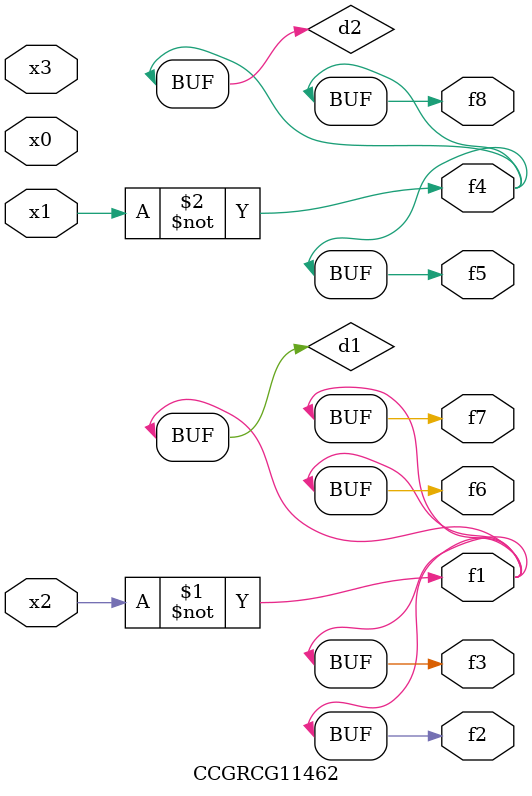
<source format=v>
module CCGRCG11462(
	input x0, x1, x2, x3,
	output f1, f2, f3, f4, f5, f6, f7, f8
);

	wire d1, d2;

	xnor (d1, x2);
	not (d2, x1);
	assign f1 = d1;
	assign f2 = d1;
	assign f3 = d1;
	assign f4 = d2;
	assign f5 = d2;
	assign f6 = d1;
	assign f7 = d1;
	assign f8 = d2;
endmodule

</source>
